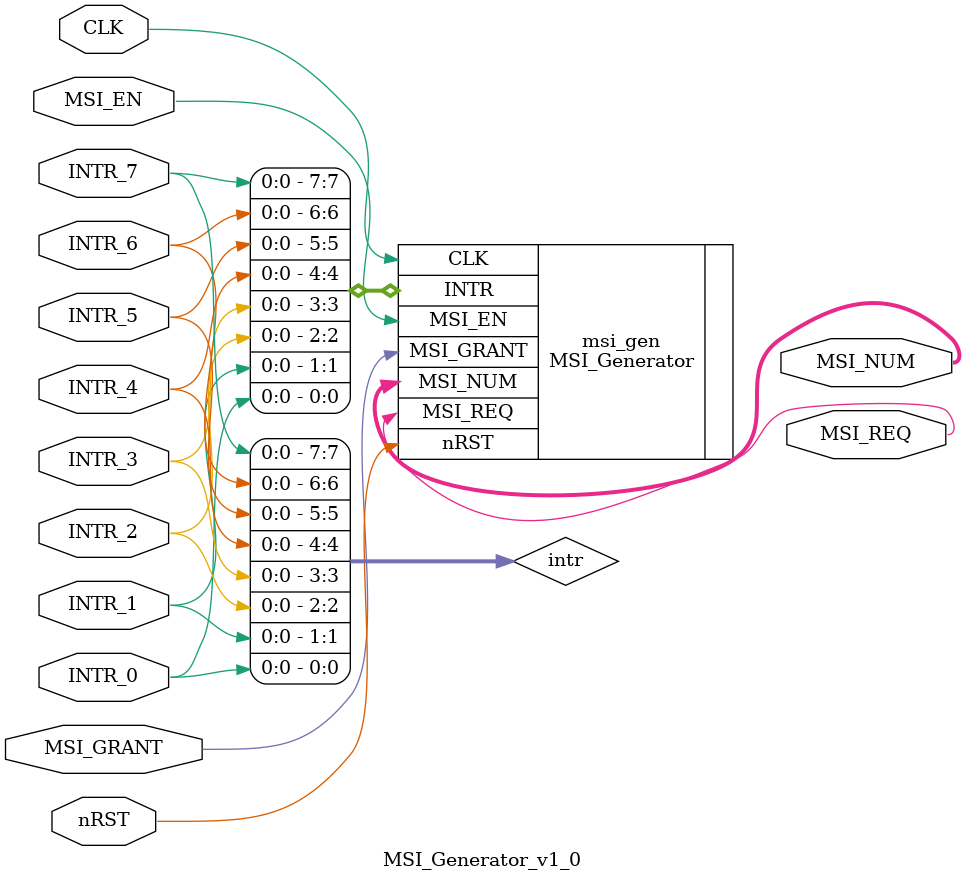
<source format=v>
module MSI_Generator_v1_0 #(
	parameter integer	INTERRUPT_SIZE    = 4
) (
	input				CLK,
	input				nRST,
	input				INTR_0,
	input				INTR_1,
	input				INTR_2,
	input				INTR_3,
	input				INTR_4,
	input				INTR_5,
	input				INTR_6,
	input				INTR_7,
	input				MSI_EN,
	output				MSI_REQ,
	output	[4:0]		MSI_NUM,
	input				MSI_GRANT
);
// definition & assignment ---------------------------------------------------
wire	[7:0]	intr	= {
	INTR_7,
	INTR_6,
	INTR_5,
	INTR_4,
	INTR_3,
	INTR_2,
	INTR_1,
	INTR_0
};

// implementation ------------------------------------------------------------

MSI_Generator  msi_gen (
	.CLK			(CLK),
	.nRST			(nRST),
	.INTR			(intr),
	.MSI_EN			(MSI_EN),
	.MSI_REQ		(MSI_REQ),
	.MSI_NUM		(MSI_NUM),
	.MSI_GRANT		(MSI_GRANT)
);


endmodule

</source>
